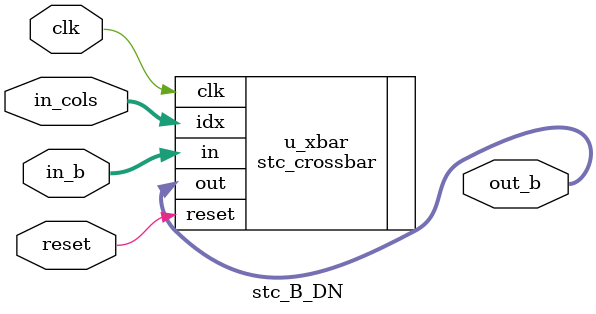
<source format=v>
`timescale 1ns / 1ps

module stc_B_DN #(
    parameter K = 16,
    parameter N = 16,
    parameter N_PE = 4,
    parameter DW_DATA = 16,
    parameter DW_COL = 4
) (
    input clk,
    input reset,
    input [K*N*DW_DATA-1:0] in_b,
    input [N_PE*DW_COL-1:0] in_cols,
    output [N_PE*N*DW_DATA-1:0] out_b
);

    stc_crossbar #(
        .N_IN(K),
        .N_OUT(N_PE),
        .DW_DATA(DW_DATA),
        .DW_IDX(DW_COL),
        .NUM_PER_LINE(N)
    ) u_xbar (
        .clk(clk),
        .reset(reset),
        .in(in_b),
        .idx(in_cols),
        .out(out_b)
    );

endmodule
</source>
